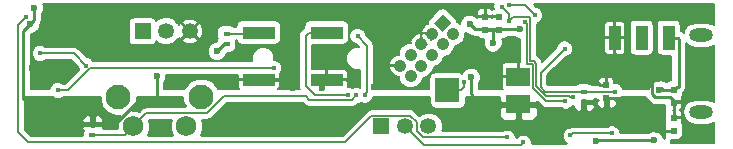
<source format=gbr>
G04 #@! TF.GenerationSoftware,KiCad,Pcbnew,(2016-12-18 revision 3ffa37c)-master*
G04 #@! TF.CreationDate,2017-03-25T20:52:01-07:00*
G04 #@! TF.ProjectId,Pensel,50656E73656C2E6B696361645F706362,rev?*
G04 #@! TF.FileFunction,Copper,L2,Bot,Signal*
G04 #@! TF.FilePolarity,Positive*
%FSLAX46Y46*%
G04 Gerber Fmt 4.6, Leading zero omitted, Abs format (unit mm)*
G04 Created by KiCad (PCBNEW (2016-12-18 revision 3ffa37c)-master) date Saturday, March 25, 2017 'PMt' 08:52:01 PM*
%MOMM*%
%LPD*%
G01*
G04 APERTURE LIST*
%ADD10C,0.100000*%
%ADD11R,0.500000X0.600000*%
%ADD12O,2.000000X1.120000*%
%ADD13R,2.000000X2.000000*%
%ADD14R,2.000000X1.600000*%
%ADD15C,0.150000*%
%ADD16R,3.657600X2.032000*%
%ADD17R,1.016000X2.032000*%
%ADD18C,1.350000*%
%ADD19R,1.350000X1.350000*%
%ADD20R,2.750000X1.000000*%
%ADD21C,2.100000*%
%ADD22C,1.750000*%
%ADD23C,1.050000*%
%ADD24R,0.600000X0.400000*%
%ADD25C,0.400000*%
%ADD26C,0.600000*%
%ADD27C,0.130000*%
%ADD28C,0.260000*%
%ADD29C,0.200000*%
%ADD30C,0.254000*%
G04 APERTURE END LIST*
D10*
D11*
X106000000Y-146350000D03*
X106000000Y-147450000D03*
D12*
X108300000Y-148255000D03*
X108300000Y-141745000D03*
D13*
X86800000Y-146400000D03*
D14*
X92800000Y-145225000D03*
X92800000Y-147575000D03*
D15*
X94425000Y-143275000D03*
X83000000Y-140500000D03*
X83000000Y-141100000D03*
X94875000Y-143725000D03*
D16*
X103250000Y-148552000D03*
D17*
X103250000Y-141948000D03*
X105536000Y-141948000D03*
X100964000Y-141948000D03*
D15*
X107150000Y-139700000D03*
X101500000Y-139750000D03*
X100750000Y-139750000D03*
X82400000Y-140500000D03*
X82400000Y-141100000D03*
D18*
X85200000Y-149400000D03*
X83200000Y-149400000D03*
D19*
X81200000Y-149400000D03*
D15*
X81300000Y-143800000D03*
X80500000Y-143000000D03*
X80500000Y-143800000D03*
X92900000Y-142800000D03*
X92600000Y-143250000D03*
X92100000Y-143500000D03*
X106350000Y-139700000D03*
X105650000Y-139700000D03*
D20*
X70825000Y-145500000D03*
X76575000Y-145500000D03*
X76575000Y-141500000D03*
X70825000Y-141500000D03*
D21*
X58940000Y-146960000D03*
D22*
X60200000Y-149450000D03*
X64700000Y-149450000D03*
D21*
X65950000Y-146960000D03*
D11*
X91200000Y-140150000D03*
X91200000Y-141250000D03*
X90000000Y-140150000D03*
X90000000Y-141250000D03*
X100250000Y-145950000D03*
X100250000Y-147050000D03*
X106000000Y-148700000D03*
X106000000Y-149800000D03*
D23*
X86396051Y-140703949D03*
D10*
G36*
X85653589Y-140703949D02*
X86396051Y-139961487D01*
X87138513Y-140703949D01*
X86396051Y-141446411D01*
X85653589Y-140703949D01*
X85653589Y-140703949D01*
G37*
D23*
X85498025Y-141601975D03*
X84600000Y-142500000D03*
X83701974Y-143398026D03*
X82803949Y-144296051D03*
X86396051Y-142500000D03*
X85498025Y-143398026D03*
X84600000Y-144296051D03*
X83701974Y-145194077D03*
X87294077Y-141601975D03*
D19*
X61000000Y-141400000D03*
D18*
X63000000Y-141400000D03*
X65000000Y-141400000D03*
D24*
X68100000Y-142500000D03*
X68100000Y-141600000D03*
X56750000Y-150150000D03*
X56750000Y-149250000D03*
X98350000Y-147400000D03*
X98350000Y-146500000D03*
D25*
X72100000Y-144500000D03*
X53800000Y-146400000D03*
D26*
X99375000Y-145600000D03*
X80571690Y-146128310D03*
X99400000Y-150700000D03*
X104300000Y-150600000D03*
X56700000Y-142100000D03*
X73700000Y-146200000D03*
X76200000Y-146200000D03*
X51600000Y-144499998D03*
X52800000Y-142500000D03*
X104400000Y-143400000D03*
X107500000Y-150500000D03*
X51825000Y-139450000D03*
X98200000Y-148700000D03*
X94600000Y-148100000D03*
X88700000Y-140800000D03*
X51200000Y-147400000D03*
X51500000Y-140800000D03*
X88823191Y-145281447D03*
X67300000Y-143100000D03*
X90668329Y-142388291D03*
X92973601Y-141216817D03*
X58300000Y-149250000D03*
X66800000Y-149000000D03*
X62900000Y-147400000D03*
X62900000Y-149400000D03*
X62200000Y-149400000D03*
X62200000Y-147400000D03*
X62200000Y-145200000D03*
X89394127Y-149706852D03*
X101750000Y-148000002D03*
D25*
X78400000Y-146800000D03*
X79082973Y-146827110D03*
D26*
X104700000Y-146400000D03*
D25*
X79800000Y-146775000D03*
X79200000Y-141800000D03*
X93379990Y-140600000D03*
X97200002Y-150200000D03*
X92000000Y-139200000D03*
X94222089Y-140043499D03*
X96800000Y-147300000D03*
X100700000Y-150000000D03*
X97425002Y-146950000D03*
X91400000Y-139300008D03*
X92022818Y-140544554D03*
X56200000Y-144295010D03*
X52297642Y-143271318D03*
X88200000Y-145700000D03*
X93200000Y-150795010D03*
X91849996Y-150375000D03*
X51100000Y-140200000D03*
X96725000Y-142875000D03*
X101000000Y-146500000D03*
D27*
X56579614Y-144500000D02*
X72100000Y-144500000D01*
X54679614Y-146400000D02*
X56579614Y-144500000D01*
X53800000Y-146400000D02*
X54679614Y-146400000D01*
D28*
X100250000Y-145950000D02*
X99725000Y-145950000D01*
X99725000Y-145950000D02*
X99375000Y-145600000D01*
X81200000Y-145500000D02*
X80571690Y-146128310D01*
X81300000Y-145500000D02*
X81200000Y-145500000D01*
X104300000Y-150600000D02*
X99500000Y-150600000D01*
X99500000Y-150600000D02*
X99400000Y-150700000D01*
X73700000Y-146200000D02*
X73000000Y-145500000D01*
X73000000Y-145500000D02*
X70825000Y-145500000D01*
X76200000Y-146200000D02*
X76200000Y-145875000D01*
X76200000Y-145875000D02*
X76575000Y-145500000D01*
X104100001Y-143699999D02*
X104400000Y-143400000D01*
X106500000Y-147300000D02*
X105990000Y-147300000D01*
X105690001Y-147000001D02*
X104411999Y-147000001D01*
X105990000Y-147300000D02*
X105690001Y-147000001D01*
X104411999Y-147000001D02*
X104099999Y-146688001D01*
X104099999Y-146688001D02*
X104099999Y-143700001D01*
X104099999Y-143700001D02*
X104400000Y-143400000D01*
X103250000Y-141948000D02*
X103250000Y-141440000D01*
X106000000Y-149750000D02*
X106000000Y-149800000D01*
X100250000Y-147050000D02*
X102700002Y-147050000D01*
X102700002Y-147050000D02*
X102049999Y-147700003D01*
X102049999Y-147700003D02*
X101750000Y-148000002D01*
X51825000Y-139874264D02*
X51825000Y-139450000D01*
X51825000Y-140475000D02*
X51825000Y-139874264D01*
X51500000Y-140800000D02*
X51825000Y-140475000D01*
X89000000Y-147000000D02*
X89100000Y-147100000D01*
X89000000Y-146900000D02*
X89000000Y-147000000D01*
X91200000Y-141250000D02*
X90685000Y-141250000D01*
X90685000Y-141250000D02*
X90651817Y-141216817D01*
X90000000Y-141250000D02*
X91200000Y-141250000D01*
X89116817Y-141216817D02*
X88700000Y-140800000D01*
X90651817Y-141216817D02*
X89116817Y-141216817D01*
X50900001Y-147100001D02*
X51200000Y-147400000D01*
X50900001Y-141399999D02*
X50900001Y-147100001D01*
X51500000Y-140800000D02*
X50900001Y-141399999D01*
X88823191Y-146723191D02*
X88823191Y-145281447D01*
X89000000Y-146900000D02*
X88823191Y-146723191D01*
X68100000Y-142500000D02*
X67900000Y-142500000D01*
X67900000Y-142500000D02*
X67300000Y-143100000D01*
X90668329Y-141233329D02*
X90668329Y-142388291D01*
X90651817Y-141216817D02*
X90668329Y-141233329D01*
X90651817Y-141216817D02*
X92973601Y-141216817D01*
X57310000Y-149250000D02*
X56750000Y-149250000D01*
X58648002Y-149250000D02*
X58300000Y-149250000D01*
X58300000Y-149250000D02*
X56750000Y-149250000D01*
X62200000Y-147400000D02*
X60498002Y-147400000D01*
X60498002Y-147400000D02*
X58648002Y-149250000D01*
X62200000Y-149400000D02*
X62900000Y-149400000D01*
X62250000Y-147000000D02*
X62250000Y-147350000D01*
X62250000Y-147350000D02*
X62200000Y-147400000D01*
X62200000Y-146950000D02*
X62200000Y-145200000D01*
X62250000Y-147000000D02*
X62200000Y-146950000D01*
X106000000Y-149800000D02*
X104498000Y-149800000D01*
X104498000Y-149800000D02*
X103250000Y-148552000D01*
D27*
X68100000Y-141600000D02*
X70725000Y-141600000D01*
X70725000Y-141600000D02*
X70825000Y-141500000D01*
X78400000Y-146800000D02*
X75576998Y-146800000D01*
X75576998Y-146800000D02*
X74800000Y-146023002D01*
X74800000Y-146023002D02*
X74800000Y-141770000D01*
X74800000Y-141770000D02*
X75070000Y-141500000D01*
X75070000Y-141500000D02*
X76575000Y-141500000D01*
X60200000Y-149450000D02*
X61310001Y-148339999D01*
X61310001Y-148339999D02*
X66412603Y-148339999D01*
X66412603Y-148339999D02*
X67852602Y-146900000D01*
X67852602Y-146900000D02*
X74800000Y-146900000D01*
X74800000Y-146900000D02*
X75095001Y-147195001D01*
X75095001Y-147195001D02*
X78715082Y-147195001D01*
X78715082Y-147195001D02*
X79082973Y-146827110D01*
X56750000Y-150150000D02*
X59500000Y-150150000D01*
X59500000Y-150150000D02*
X60200000Y-149450000D01*
D28*
X106000000Y-146350000D02*
X105050000Y-146350000D01*
X105050000Y-146350000D02*
X104900000Y-146200000D01*
X106375000Y-146075000D02*
X106275000Y-146075000D01*
X106275000Y-146075000D02*
X106000000Y-146350000D01*
X104700000Y-146400000D02*
X104900000Y-146200000D01*
X106375000Y-146075000D02*
X106375000Y-142019000D01*
X106375000Y-142019000D02*
X106304000Y-141948000D01*
X106304000Y-141948000D02*
X105536000Y-141948000D01*
D27*
X79999999Y-146575001D02*
X79800000Y-146775000D01*
X79200000Y-141800000D02*
X79999999Y-142599999D01*
X79999999Y-142599999D02*
X79999999Y-146575001D01*
X93514989Y-140734999D02*
X93379990Y-140600000D01*
X93988001Y-144189999D02*
X93514989Y-144189999D01*
X93514989Y-144189999D02*
X93514989Y-140734999D01*
X94035001Y-144236999D02*
X93988001Y-144189999D01*
X95122000Y-147300000D02*
X94035001Y-146213001D01*
X96800000Y-147300000D02*
X95122000Y-147300000D01*
X94035001Y-146213001D02*
X94035001Y-144236999D01*
X100700000Y-150000000D02*
X97400001Y-150000001D01*
X97400001Y-150000001D02*
X97200002Y-150200000D01*
X93378590Y-139200000D02*
X92000000Y-139200000D01*
X94222089Y-140043499D02*
X93378590Y-139200000D01*
X92022818Y-140544554D02*
X92367371Y-140200001D01*
X94095701Y-143929988D02*
X94295012Y-144129299D01*
X92367371Y-140200001D02*
X93684605Y-140200001D01*
X95132292Y-146900000D02*
X97092160Y-146900000D01*
X93684605Y-140200001D02*
X93775000Y-140290396D01*
X93775000Y-140290396D02*
X93775000Y-143929988D01*
X97092160Y-146900000D02*
X97142160Y-146950000D01*
X93775000Y-143929988D02*
X94095701Y-143929988D01*
X94295012Y-144129299D02*
X94295012Y-146062720D01*
X94295012Y-146062720D02*
X95132292Y-146900000D01*
X97142160Y-146950000D02*
X97425002Y-146950000D01*
X92022818Y-139922826D02*
X91400000Y-139300008D01*
X92022818Y-140544554D02*
X92022818Y-139922826D01*
X55176308Y-143271318D02*
X56200000Y-144295010D01*
X52297642Y-143271318D02*
X55176308Y-143271318D01*
X88200000Y-146130000D02*
X88200000Y-145700000D01*
X87930000Y-146400000D02*
X88200000Y-146130000D01*
X86800000Y-146400000D02*
X87930000Y-146400000D01*
X93000001Y-150995009D02*
X93200000Y-150795010D01*
X84795009Y-150995009D02*
X93000001Y-150995009D01*
X83200000Y-149400000D02*
X84795009Y-150995009D01*
X84200000Y-149800000D02*
X84775000Y-150375000D01*
X84775000Y-150375000D02*
X91567154Y-150375000D01*
X83617601Y-148529999D02*
X84200000Y-149112398D01*
X80368999Y-148529999D02*
X83617601Y-148529999D01*
X50464999Y-149964999D02*
X51300000Y-150800000D01*
X50464999Y-140835001D02*
X50464999Y-149964999D01*
X51300000Y-150800000D02*
X78098998Y-150800000D01*
X78098998Y-150800000D02*
X80368999Y-148529999D01*
X84200000Y-149112398D02*
X84200000Y-149800000D01*
X91567154Y-150375000D02*
X91849996Y-150375000D01*
X51100000Y-140200000D02*
X50464999Y-140835001D01*
X96725000Y-142875000D02*
X94700000Y-144900000D01*
X94700000Y-144900000D02*
X94700000Y-146100000D01*
X94700000Y-146100000D02*
X95100000Y-146500000D01*
X95100000Y-146500000D02*
X98350000Y-146500000D01*
X101000000Y-146500000D02*
X98350000Y-146500000D01*
D29*
G36*
X107075267Y-142500190D02*
X107421751Y-142731703D01*
X107830457Y-142813000D01*
X108769543Y-142813000D01*
X109178249Y-142731703D01*
X109392000Y-142588879D01*
X109392000Y-147411121D01*
X109178249Y-147268297D01*
X108769543Y-147187000D01*
X107830457Y-147187000D01*
X107421751Y-147268297D01*
X107075267Y-147499810D01*
X106843754Y-147846294D01*
X106762457Y-148255000D01*
X106843754Y-148663706D01*
X107075267Y-149010190D01*
X107421751Y-149241703D01*
X107830457Y-149323000D01*
X108769543Y-149323000D01*
X109178249Y-149241703D01*
X109392000Y-149098879D01*
X109392000Y-150892000D01*
X105764497Y-150892000D01*
X105767412Y-150617952D01*
X106250000Y-150617952D01*
X106448212Y-150578525D01*
X106616247Y-150466247D01*
X106728525Y-150298212D01*
X106767952Y-150100000D01*
X106767952Y-149500000D01*
X106728525Y-149301788D01*
X106628573Y-149152200D01*
X106658000Y-149081156D01*
X106658000Y-148856000D01*
X106556000Y-148754000D01*
X106054000Y-148754000D01*
X106054000Y-148774000D01*
X105946000Y-148774000D01*
X105946000Y-148754000D01*
X105926000Y-148754000D01*
X105926000Y-148646000D01*
X105946000Y-148646000D01*
X105946000Y-148094000D01*
X105927000Y-148075000D01*
X105946000Y-148056000D01*
X105946000Y-147504000D01*
X106054000Y-147504000D01*
X106054000Y-148056000D01*
X106073000Y-148075000D01*
X106054000Y-148094000D01*
X106054000Y-148646000D01*
X106556000Y-148646000D01*
X106658000Y-148544000D01*
X106658000Y-148318844D01*
X106595886Y-148168887D01*
X106502000Y-148075000D01*
X106595886Y-147981113D01*
X106658000Y-147831156D01*
X106658000Y-147606000D01*
X106556000Y-147504000D01*
X106054000Y-147504000D01*
X105946000Y-147504000D01*
X105926000Y-147504000D01*
X105926000Y-147396000D01*
X105946000Y-147396000D01*
X105946000Y-147376000D01*
X106054000Y-147376000D01*
X106054000Y-147396000D01*
X106556000Y-147396000D01*
X106658000Y-147294000D01*
X106658000Y-147068844D01*
X106628573Y-146997800D01*
X106728525Y-146848212D01*
X106767952Y-146650000D01*
X106767952Y-146565010D01*
X106826134Y-146526134D01*
X106964435Y-146319152D01*
X107013000Y-146075000D01*
X107013000Y-142407001D01*
X107075267Y-142500190D01*
X107075267Y-142500190D01*
G37*
X107075267Y-142500190D02*
X107421751Y-142731703D01*
X107830457Y-142813000D01*
X108769543Y-142813000D01*
X109178249Y-142731703D01*
X109392000Y-142588879D01*
X109392000Y-147411121D01*
X109178249Y-147268297D01*
X108769543Y-147187000D01*
X107830457Y-147187000D01*
X107421751Y-147268297D01*
X107075267Y-147499810D01*
X106843754Y-147846294D01*
X106762457Y-148255000D01*
X106843754Y-148663706D01*
X107075267Y-149010190D01*
X107421751Y-149241703D01*
X107830457Y-149323000D01*
X108769543Y-149323000D01*
X109178249Y-149241703D01*
X109392000Y-149098879D01*
X109392000Y-150892000D01*
X105764497Y-150892000D01*
X105767412Y-150617952D01*
X106250000Y-150617952D01*
X106448212Y-150578525D01*
X106616247Y-150466247D01*
X106728525Y-150298212D01*
X106767952Y-150100000D01*
X106767952Y-149500000D01*
X106728525Y-149301788D01*
X106628573Y-149152200D01*
X106658000Y-149081156D01*
X106658000Y-148856000D01*
X106556000Y-148754000D01*
X106054000Y-148754000D01*
X106054000Y-148774000D01*
X105946000Y-148774000D01*
X105946000Y-148754000D01*
X105926000Y-148754000D01*
X105926000Y-148646000D01*
X105946000Y-148646000D01*
X105946000Y-148094000D01*
X105927000Y-148075000D01*
X105946000Y-148056000D01*
X105946000Y-147504000D01*
X106054000Y-147504000D01*
X106054000Y-148056000D01*
X106073000Y-148075000D01*
X106054000Y-148094000D01*
X106054000Y-148646000D01*
X106556000Y-148646000D01*
X106658000Y-148544000D01*
X106658000Y-148318844D01*
X106595886Y-148168887D01*
X106502000Y-148075000D01*
X106595886Y-147981113D01*
X106658000Y-147831156D01*
X106658000Y-147606000D01*
X106556000Y-147504000D01*
X106054000Y-147504000D01*
X105946000Y-147504000D01*
X105926000Y-147504000D01*
X105926000Y-147396000D01*
X105946000Y-147396000D01*
X105946000Y-147376000D01*
X106054000Y-147376000D01*
X106054000Y-147396000D01*
X106556000Y-147396000D01*
X106658000Y-147294000D01*
X106658000Y-147068844D01*
X106628573Y-146997800D01*
X106728525Y-146848212D01*
X106767952Y-146650000D01*
X106767952Y-146565010D01*
X106826134Y-146526134D01*
X106964435Y-146319152D01*
X107013000Y-146075000D01*
X107013000Y-142407001D01*
X107075267Y-142500190D01*
G36*
X90692123Y-139158560D02*
X90691877Y-139440220D01*
X90718455Y-139504545D01*
X90604114Y-139618887D01*
X90600000Y-139628819D01*
X90595886Y-139618887D01*
X90481114Y-139504114D01*
X90331156Y-139442000D01*
X90156000Y-139442000D01*
X90054000Y-139544000D01*
X90054000Y-140096000D01*
X90556000Y-140096000D01*
X90600000Y-140052000D01*
X90644000Y-140096000D01*
X91146000Y-140096000D01*
X91146000Y-140076000D01*
X91254000Y-140076000D01*
X91254000Y-140096000D01*
X91274000Y-140096000D01*
X91274000Y-140204000D01*
X91254000Y-140204000D01*
X91254000Y-140224000D01*
X91146000Y-140224000D01*
X91146000Y-140204000D01*
X90644000Y-140204000D01*
X90600000Y-140248000D01*
X90556000Y-140204000D01*
X90054000Y-140204000D01*
X90054000Y-140224000D01*
X89946000Y-140224000D01*
X89946000Y-140204000D01*
X89444000Y-140204000D01*
X89345278Y-140302722D01*
X89158293Y-140115410D01*
X88861426Y-139992140D01*
X88539984Y-139991860D01*
X88242903Y-140114611D01*
X88015410Y-140341707D01*
X87892140Y-140638574D01*
X87892053Y-140738836D01*
X87879989Y-140726751D01*
X87641284Y-140627632D01*
X87617038Y-140505737D01*
X87504760Y-140337702D01*
X86935902Y-139768844D01*
X89342000Y-139768844D01*
X89342000Y-139994000D01*
X89444000Y-140096000D01*
X89946000Y-140096000D01*
X89946000Y-139544000D01*
X89844000Y-139442000D01*
X89668844Y-139442000D01*
X89518886Y-139504114D01*
X89404114Y-139618887D01*
X89342000Y-139768844D01*
X86935902Y-139768844D01*
X86762298Y-139595240D01*
X86594263Y-139482962D01*
X86396051Y-139443535D01*
X86197839Y-139482962D01*
X86029804Y-139595240D01*
X85287342Y-140337702D01*
X85175064Y-140505737D01*
X85135637Y-140703949D01*
X85142633Y-140739120D01*
X84955742Y-140820399D01*
X84697925Y-141087416D01*
X84568420Y-141400067D01*
X84650464Y-141547975D01*
X85444025Y-141547975D01*
X85444025Y-141226879D01*
X85552025Y-141334879D01*
X85552025Y-141471605D01*
X85512166Y-141511464D01*
X85588536Y-141587834D01*
X85628395Y-141547975D01*
X85765121Y-141547975D01*
X85832353Y-141615207D01*
X85811668Y-141623754D01*
X85779391Y-141655975D01*
X85628395Y-141655975D01*
X85588536Y-141616116D01*
X85512166Y-141692486D01*
X85552025Y-141732345D01*
X85552025Y-141882944D01*
X85520827Y-141914088D01*
X85444025Y-142099047D01*
X85444025Y-141732345D01*
X85483884Y-141692486D01*
X85407514Y-141616116D01*
X85367655Y-141655975D01*
X85008515Y-141655975D01*
X84801908Y-141570395D01*
X84654000Y-141652439D01*
X84654000Y-141655975D01*
X84650464Y-141655975D01*
X84568420Y-141803883D01*
X84654000Y-142000664D01*
X84654000Y-142369630D01*
X84614141Y-142409489D01*
X84690511Y-142485859D01*
X84730370Y-142446000D01*
X85089510Y-142446000D01*
X85093272Y-142447559D01*
X84913642Y-142521780D01*
X84881366Y-142554000D01*
X84730370Y-142554000D01*
X84690511Y-142514141D01*
X84614141Y-142590511D01*
X84654000Y-142630370D01*
X84654000Y-142780969D01*
X84622801Y-142812114D01*
X84600139Y-142866691D01*
X84578220Y-142813643D01*
X84546000Y-142781367D01*
X84546000Y-142630370D01*
X84585859Y-142590511D01*
X84509489Y-142514141D01*
X84469630Y-142554000D01*
X84319030Y-142554000D01*
X84287886Y-142522802D01*
X84102927Y-142446000D01*
X84546000Y-142446000D01*
X84546000Y-141652439D01*
X84398092Y-141570395D01*
X84057717Y-141718424D01*
X83799900Y-141985441D01*
X83670395Y-142298092D01*
X83707525Y-142365030D01*
X83497399Y-142364847D01*
X83117591Y-142521780D01*
X82826750Y-142812114D01*
X82669153Y-143191648D01*
X82668968Y-143403570D01*
X82602041Y-143366446D01*
X82261666Y-143514475D01*
X82003849Y-143781492D01*
X81874344Y-144094143D01*
X81956388Y-144242051D01*
X82749949Y-144242051D01*
X82749949Y-143799009D01*
X82825728Y-143982409D01*
X82857949Y-144014686D01*
X82857949Y-144165681D01*
X82818090Y-144205540D01*
X82894460Y-144281910D01*
X82934319Y-144242051D01*
X83084917Y-144242051D01*
X83116062Y-144273250D01*
X83170639Y-144295912D01*
X83117591Y-144317831D01*
X83085315Y-144350051D01*
X82934319Y-144350051D01*
X82894460Y-144310192D01*
X82818090Y-144386562D01*
X82857949Y-144426421D01*
X82857949Y-144577020D01*
X82826750Y-144608165D01*
X82749949Y-144793122D01*
X82749949Y-144350051D01*
X81956388Y-144350051D01*
X81874344Y-144497959D01*
X82022373Y-144838334D01*
X82289390Y-145096151D01*
X82602041Y-145225656D01*
X82668978Y-145188526D01*
X82668795Y-145398652D01*
X82825728Y-145778460D01*
X83116062Y-146069301D01*
X83495596Y-146226898D01*
X83906549Y-146227256D01*
X84286357Y-146070323D01*
X84577198Y-145779989D01*
X84734795Y-145400455D01*
X84734857Y-145329169D01*
X84804575Y-145329230D01*
X85184383Y-145172297D01*
X85475224Y-144881963D01*
X85632821Y-144502429D01*
X85632883Y-144431144D01*
X85702600Y-144431205D01*
X85914030Y-144343844D01*
X91392000Y-144343844D01*
X91392000Y-145069000D01*
X91494000Y-145171000D01*
X92746000Y-145171000D01*
X92746000Y-144119000D01*
X92644000Y-144017000D01*
X91718844Y-144017000D01*
X91568886Y-144079114D01*
X91454114Y-144193887D01*
X91392000Y-144343844D01*
X85914030Y-144343844D01*
X86082408Y-144274272D01*
X86373249Y-143983938D01*
X86530846Y-143604404D01*
X86530908Y-143533118D01*
X86600626Y-143533179D01*
X86980434Y-143376246D01*
X87271275Y-143085912D01*
X87428872Y-142706378D01*
X87428934Y-142635093D01*
X87498652Y-142635154D01*
X87878460Y-142478221D01*
X88169301Y-142187887D01*
X88326898Y-141808353D01*
X88327149Y-141520069D01*
X88538574Y-141607860D01*
X88605650Y-141607918D01*
X88665683Y-141667951D01*
X88872665Y-141806252D01*
X89116817Y-141854817D01*
X89342707Y-141854817D01*
X89383753Y-141916247D01*
X89551788Y-142028525D01*
X89750000Y-142067952D01*
X89926455Y-142067952D01*
X89860469Y-142226865D01*
X89860189Y-142548307D01*
X89982940Y-142845388D01*
X90210036Y-143072881D01*
X90506903Y-143196151D01*
X90828345Y-143196431D01*
X91125426Y-143073680D01*
X91352919Y-142846584D01*
X91476189Y-142549717D01*
X91476469Y-142228275D01*
X91410225Y-142067952D01*
X91450000Y-142067952D01*
X91648212Y-142028525D01*
X91816247Y-141916247D01*
X91857293Y-141854817D01*
X92468799Y-141854817D01*
X92515308Y-141901407D01*
X92812175Y-142024677D01*
X92941989Y-142024790D01*
X92941989Y-144031011D01*
X92854000Y-144119000D01*
X92854000Y-145171000D01*
X92874000Y-145171000D01*
X92874000Y-145279000D01*
X92854000Y-145279000D01*
X92854000Y-145299000D01*
X92746000Y-145299000D01*
X92746000Y-145279000D01*
X91494000Y-145279000D01*
X91392000Y-145381000D01*
X91392000Y-146106156D01*
X91454114Y-146256113D01*
X91490001Y-146292000D01*
X89461191Y-146292000D01*
X89461191Y-145786249D01*
X89507781Y-145739740D01*
X89631051Y-145442873D01*
X89631331Y-145121431D01*
X89508580Y-144824350D01*
X89281484Y-144596857D01*
X88984617Y-144473587D01*
X88663175Y-144473307D01*
X88366094Y-144596058D01*
X88138601Y-144823154D01*
X88076150Y-144973552D01*
X87998212Y-144921475D01*
X87800000Y-144882048D01*
X85800000Y-144882048D01*
X85601788Y-144921475D01*
X85433753Y-145033753D01*
X85321475Y-145201788D01*
X85282048Y-145400000D01*
X85282048Y-146292000D01*
X80572999Y-146292000D01*
X80572999Y-142599999D01*
X80529382Y-142380721D01*
X80405171Y-142194827D01*
X79908090Y-141697746D01*
X79908123Y-141659788D01*
X79800564Y-141399474D01*
X79601574Y-141200136D01*
X79341448Y-141092123D01*
X79059788Y-141091877D01*
X78799474Y-141199436D01*
X78600136Y-141398426D01*
X78492123Y-141658552D01*
X78491877Y-141940212D01*
X78599436Y-142200526D01*
X78798426Y-142399864D01*
X79058552Y-142507877D01*
X79097567Y-142507911D01*
X79331771Y-142742115D01*
X79010278Y-142741834D01*
X78658046Y-142887374D01*
X78388321Y-143156628D01*
X78242167Y-143508606D01*
X78241834Y-143889722D01*
X78387374Y-144241954D01*
X78656628Y-144511679D01*
X79008606Y-144657833D01*
X79389722Y-144658166D01*
X79426999Y-144642763D01*
X79426999Y-146163063D01*
X79399474Y-146174436D01*
X79387104Y-146186784D01*
X79224421Y-146119233D01*
X78942761Y-146118987D01*
X78774037Y-146188702D01*
X78541448Y-146092123D01*
X78353525Y-146091959D01*
X78358000Y-146081156D01*
X78358000Y-145656000D01*
X78256000Y-145554000D01*
X76629000Y-145554000D01*
X76629000Y-145574000D01*
X76521000Y-145574000D01*
X76521000Y-145554000D01*
X76501000Y-145554000D01*
X76501000Y-145446000D01*
X76521000Y-145446000D01*
X76521000Y-144694000D01*
X76629000Y-144694000D01*
X76629000Y-145446000D01*
X78256000Y-145446000D01*
X78358000Y-145344000D01*
X78358000Y-144918844D01*
X78295886Y-144768886D01*
X78181113Y-144654114D01*
X78031156Y-144592000D01*
X76731000Y-144592000D01*
X76629000Y-144694000D01*
X76521000Y-144694000D01*
X76419000Y-144592000D01*
X75373000Y-144592000D01*
X75373000Y-142517952D01*
X77950000Y-142517952D01*
X78148212Y-142478525D01*
X78316247Y-142366247D01*
X78428525Y-142198212D01*
X78467952Y-142000000D01*
X78467952Y-141000000D01*
X78428525Y-140801788D01*
X78316247Y-140633753D01*
X78148212Y-140521475D01*
X77950000Y-140482048D01*
X75200000Y-140482048D01*
X75001788Y-140521475D01*
X74833753Y-140633753D01*
X74721475Y-140801788D01*
X74682048Y-141000000D01*
X74682048Y-141083322D01*
X74664828Y-141094828D01*
X74394828Y-141364828D01*
X74270617Y-141550722D01*
X74227000Y-141770000D01*
X74227000Y-146023002D01*
X74270617Y-146242280D01*
X74303839Y-146292000D01*
X72484999Y-146292000D01*
X72545886Y-146231114D01*
X72608000Y-146081156D01*
X72608000Y-145656000D01*
X72506000Y-145554000D01*
X70879000Y-145554000D01*
X70879000Y-145574000D01*
X70771000Y-145574000D01*
X70771000Y-145554000D01*
X69144000Y-145554000D01*
X69042000Y-145656000D01*
X69042000Y-146081156D01*
X69104114Y-146231114D01*
X69165001Y-146292000D01*
X67359746Y-146292000D01*
X67271578Y-146078617D01*
X66833688Y-145639962D01*
X66261265Y-145402271D01*
X65641454Y-145401730D01*
X65068617Y-145638422D01*
X64629962Y-146076312D01*
X64540400Y-146292000D01*
X62838000Y-146292000D01*
X62838000Y-145704802D01*
X62884590Y-145658293D01*
X63007860Y-145361426D01*
X63008111Y-145073000D01*
X69042000Y-145073000D01*
X69042000Y-145344000D01*
X69144000Y-145446000D01*
X70771000Y-145446000D01*
X70771000Y-145426000D01*
X70879000Y-145426000D01*
X70879000Y-145446000D01*
X72506000Y-145446000D01*
X72608000Y-145344000D01*
X72608000Y-144993278D01*
X72699864Y-144901574D01*
X72807877Y-144641448D01*
X72808123Y-144359788D01*
X72700564Y-144099474D01*
X72501574Y-143900136D01*
X72241448Y-143792123D01*
X72157920Y-143792050D01*
X72158166Y-143510278D01*
X72012626Y-143158046D01*
X71743372Y-142888321D01*
X71391394Y-142742167D01*
X71010278Y-142741834D01*
X70658046Y-142887374D01*
X70388321Y-143156628D01*
X70242167Y-143508606D01*
X70241834Y-143889722D01*
X70257237Y-143927000D01*
X56813999Y-143927000D01*
X56800564Y-143894484D01*
X56601574Y-143695146D01*
X56341448Y-143587133D01*
X56302433Y-143587099D01*
X55975350Y-143260016D01*
X66491860Y-143260016D01*
X66614611Y-143557097D01*
X66841707Y-143784590D01*
X67138574Y-143907860D01*
X67460016Y-143908140D01*
X67757097Y-143785389D01*
X67984590Y-143558293D01*
X68107860Y-143261426D01*
X68107898Y-143217952D01*
X68400000Y-143217952D01*
X68598212Y-143178525D01*
X68766247Y-143066247D01*
X68878525Y-142898212D01*
X68917952Y-142700000D01*
X68917952Y-142300000D01*
X68892690Y-142173000D01*
X68966460Y-142173000D01*
X68971475Y-142198212D01*
X69083753Y-142366247D01*
X69251788Y-142478525D01*
X69450000Y-142517952D01*
X72200000Y-142517952D01*
X72398212Y-142478525D01*
X72566247Y-142366247D01*
X72678525Y-142198212D01*
X72717952Y-142000000D01*
X72717952Y-141000000D01*
X72678525Y-140801788D01*
X72566247Y-140633753D01*
X72398212Y-140521475D01*
X72200000Y-140482048D01*
X69450000Y-140482048D01*
X69251788Y-140521475D01*
X69083753Y-140633753D01*
X68971475Y-140801788D01*
X68932048Y-141000000D01*
X68932048Y-141027000D01*
X68756140Y-141027000D01*
X68598212Y-140921475D01*
X68400000Y-140882048D01*
X67800000Y-140882048D01*
X67601788Y-140921475D01*
X67433753Y-141033753D01*
X67321475Y-141201788D01*
X67282048Y-141400000D01*
X67282048Y-141800000D01*
X67321475Y-141998212D01*
X67356079Y-142050000D01*
X67321475Y-142101788D01*
X67302984Y-142194748D01*
X67205815Y-142291917D01*
X67139984Y-142291860D01*
X66842903Y-142414611D01*
X66615410Y-142641707D01*
X66492140Y-142938574D01*
X66491860Y-143260016D01*
X55975350Y-143260016D01*
X55581480Y-142866146D01*
X55566068Y-142855848D01*
X55395586Y-142741935D01*
X55176308Y-142698318D01*
X52726033Y-142698318D01*
X52699216Y-142671454D01*
X52439090Y-142563441D01*
X52157430Y-142563195D01*
X51897116Y-142670754D01*
X51697778Y-142869744D01*
X51589765Y-143129870D01*
X51589519Y-143411530D01*
X51697078Y-143671844D01*
X51896068Y-143871182D01*
X52156194Y-143979195D01*
X52437854Y-143979441D01*
X52698168Y-143871882D01*
X52725780Y-143844318D01*
X54938964Y-143844318D01*
X55491910Y-144397264D01*
X55491877Y-144435222D01*
X55591921Y-144677349D01*
X54442270Y-145827000D01*
X54228391Y-145827000D01*
X54201574Y-145800136D01*
X53941448Y-145692123D01*
X53659788Y-145691877D01*
X53399474Y-145799436D01*
X53200136Y-145998426D01*
X53092123Y-146258552D01*
X53092094Y-146292000D01*
X51538001Y-146292000D01*
X51538001Y-141664267D01*
X51594185Y-141608083D01*
X51660016Y-141608140D01*
X51957097Y-141485389D01*
X52184590Y-141258293D01*
X52307860Y-140961426D01*
X52307932Y-140878545D01*
X52410527Y-140725000D01*
X59807048Y-140725000D01*
X59807048Y-142075000D01*
X59846475Y-142273212D01*
X59958753Y-142441247D01*
X60126788Y-142553525D01*
X60325000Y-142592952D01*
X61675000Y-142592952D01*
X61873212Y-142553525D01*
X62041247Y-142441247D01*
X62153525Y-142273212D01*
X62161269Y-142234280D01*
X62329010Y-142402314D01*
X62763654Y-142582794D01*
X63234281Y-142583205D01*
X63669240Y-142403483D01*
X63927344Y-142145829D01*
X64330539Y-142145829D01*
X64395421Y-142324002D01*
X64795042Y-142485028D01*
X65225866Y-142480870D01*
X65604579Y-142324002D01*
X65669461Y-142145829D01*
X65000000Y-141476368D01*
X64330539Y-142145829D01*
X63927344Y-142145829D01*
X64002314Y-142070990D01*
X64052973Y-141948991D01*
X64075998Y-142004579D01*
X64254171Y-142069461D01*
X64923632Y-141400000D01*
X65076368Y-141400000D01*
X65745829Y-142069461D01*
X65924002Y-142004579D01*
X66085028Y-141604958D01*
X66080870Y-141174134D01*
X65924002Y-140795421D01*
X65745829Y-140730539D01*
X65076368Y-141400000D01*
X64923632Y-141400000D01*
X64254171Y-140730539D01*
X64075998Y-140795421D01*
X64053387Y-140851536D01*
X64003483Y-140730760D01*
X63927028Y-140654171D01*
X64330539Y-140654171D01*
X65000000Y-141323632D01*
X65669461Y-140654171D01*
X65604579Y-140475998D01*
X65204958Y-140314972D01*
X64774134Y-140319130D01*
X64395421Y-140475998D01*
X64330539Y-140654171D01*
X63927028Y-140654171D01*
X63670990Y-140397686D01*
X63236346Y-140217206D01*
X62765719Y-140216795D01*
X62330760Y-140396517D01*
X62161268Y-140565714D01*
X62153525Y-140526788D01*
X62041247Y-140358753D01*
X61873212Y-140246475D01*
X61675000Y-140207048D01*
X60325000Y-140207048D01*
X60126788Y-140246475D01*
X59958753Y-140358753D01*
X59846475Y-140526788D01*
X59807048Y-140725000D01*
X52410527Y-140725000D01*
X52414435Y-140719152D01*
X52463000Y-140475000D01*
X52463000Y-139954802D01*
X52509590Y-139908293D01*
X52632860Y-139611426D01*
X52633140Y-139289984D01*
X52557946Y-139108000D01*
X90713117Y-139108000D01*
X90692123Y-139158560D01*
X90692123Y-139158560D01*
G37*
X90692123Y-139158560D02*
X90691877Y-139440220D01*
X90718455Y-139504545D01*
X90604114Y-139618887D01*
X90600000Y-139628819D01*
X90595886Y-139618887D01*
X90481114Y-139504114D01*
X90331156Y-139442000D01*
X90156000Y-139442000D01*
X90054000Y-139544000D01*
X90054000Y-140096000D01*
X90556000Y-140096000D01*
X90600000Y-140052000D01*
X90644000Y-140096000D01*
X91146000Y-140096000D01*
X91146000Y-140076000D01*
X91254000Y-140076000D01*
X91254000Y-140096000D01*
X91274000Y-140096000D01*
X91274000Y-140204000D01*
X91254000Y-140204000D01*
X91254000Y-140224000D01*
X91146000Y-140224000D01*
X91146000Y-140204000D01*
X90644000Y-140204000D01*
X90600000Y-140248000D01*
X90556000Y-140204000D01*
X90054000Y-140204000D01*
X90054000Y-140224000D01*
X89946000Y-140224000D01*
X89946000Y-140204000D01*
X89444000Y-140204000D01*
X89345278Y-140302722D01*
X89158293Y-140115410D01*
X88861426Y-139992140D01*
X88539984Y-139991860D01*
X88242903Y-140114611D01*
X88015410Y-140341707D01*
X87892140Y-140638574D01*
X87892053Y-140738836D01*
X87879989Y-140726751D01*
X87641284Y-140627632D01*
X87617038Y-140505737D01*
X87504760Y-140337702D01*
X86935902Y-139768844D01*
X89342000Y-139768844D01*
X89342000Y-139994000D01*
X89444000Y-140096000D01*
X89946000Y-140096000D01*
X89946000Y-139544000D01*
X89844000Y-139442000D01*
X89668844Y-139442000D01*
X89518886Y-139504114D01*
X89404114Y-139618887D01*
X89342000Y-139768844D01*
X86935902Y-139768844D01*
X86762298Y-139595240D01*
X86594263Y-139482962D01*
X86396051Y-139443535D01*
X86197839Y-139482962D01*
X86029804Y-139595240D01*
X85287342Y-140337702D01*
X85175064Y-140505737D01*
X85135637Y-140703949D01*
X85142633Y-140739120D01*
X84955742Y-140820399D01*
X84697925Y-141087416D01*
X84568420Y-141400067D01*
X84650464Y-141547975D01*
X85444025Y-141547975D01*
X85444025Y-141226879D01*
X85552025Y-141334879D01*
X85552025Y-141471605D01*
X85512166Y-141511464D01*
X85588536Y-141587834D01*
X85628395Y-141547975D01*
X85765121Y-141547975D01*
X85832353Y-141615207D01*
X85811668Y-141623754D01*
X85779391Y-141655975D01*
X85628395Y-141655975D01*
X85588536Y-141616116D01*
X85512166Y-141692486D01*
X85552025Y-141732345D01*
X85552025Y-141882944D01*
X85520827Y-141914088D01*
X85444025Y-142099047D01*
X85444025Y-141732345D01*
X85483884Y-141692486D01*
X85407514Y-141616116D01*
X85367655Y-141655975D01*
X85008515Y-141655975D01*
X84801908Y-141570395D01*
X84654000Y-141652439D01*
X84654000Y-141655975D01*
X84650464Y-141655975D01*
X84568420Y-141803883D01*
X84654000Y-142000664D01*
X84654000Y-142369630D01*
X84614141Y-142409489D01*
X84690511Y-142485859D01*
X84730370Y-142446000D01*
X85089510Y-142446000D01*
X85093272Y-142447559D01*
X84913642Y-142521780D01*
X84881366Y-142554000D01*
X84730370Y-142554000D01*
X84690511Y-142514141D01*
X84614141Y-142590511D01*
X84654000Y-142630370D01*
X84654000Y-142780969D01*
X84622801Y-142812114D01*
X84600139Y-142866691D01*
X84578220Y-142813643D01*
X84546000Y-142781367D01*
X84546000Y-142630370D01*
X84585859Y-142590511D01*
X84509489Y-142514141D01*
X84469630Y-142554000D01*
X84319030Y-142554000D01*
X84287886Y-142522802D01*
X84102927Y-142446000D01*
X84546000Y-142446000D01*
X84546000Y-141652439D01*
X84398092Y-141570395D01*
X84057717Y-141718424D01*
X83799900Y-141985441D01*
X83670395Y-142298092D01*
X83707525Y-142365030D01*
X83497399Y-142364847D01*
X83117591Y-142521780D01*
X82826750Y-142812114D01*
X82669153Y-143191648D01*
X82668968Y-143403570D01*
X82602041Y-143366446D01*
X82261666Y-143514475D01*
X82003849Y-143781492D01*
X81874344Y-144094143D01*
X81956388Y-144242051D01*
X82749949Y-144242051D01*
X82749949Y-143799009D01*
X82825728Y-143982409D01*
X82857949Y-144014686D01*
X82857949Y-144165681D01*
X82818090Y-144205540D01*
X82894460Y-144281910D01*
X82934319Y-144242051D01*
X83084917Y-144242051D01*
X83116062Y-144273250D01*
X83170639Y-144295912D01*
X83117591Y-144317831D01*
X83085315Y-144350051D01*
X82934319Y-144350051D01*
X82894460Y-144310192D01*
X82818090Y-144386562D01*
X82857949Y-144426421D01*
X82857949Y-144577020D01*
X82826750Y-144608165D01*
X82749949Y-144793122D01*
X82749949Y-144350051D01*
X81956388Y-144350051D01*
X81874344Y-144497959D01*
X82022373Y-144838334D01*
X82289390Y-145096151D01*
X82602041Y-145225656D01*
X82668978Y-145188526D01*
X82668795Y-145398652D01*
X82825728Y-145778460D01*
X83116062Y-146069301D01*
X83495596Y-146226898D01*
X83906549Y-146227256D01*
X84286357Y-146070323D01*
X84577198Y-145779989D01*
X84734795Y-145400455D01*
X84734857Y-145329169D01*
X84804575Y-145329230D01*
X85184383Y-145172297D01*
X85475224Y-144881963D01*
X85632821Y-144502429D01*
X85632883Y-144431144D01*
X85702600Y-144431205D01*
X85914030Y-144343844D01*
X91392000Y-144343844D01*
X91392000Y-145069000D01*
X91494000Y-145171000D01*
X92746000Y-145171000D01*
X92746000Y-144119000D01*
X92644000Y-144017000D01*
X91718844Y-144017000D01*
X91568886Y-144079114D01*
X91454114Y-144193887D01*
X91392000Y-144343844D01*
X85914030Y-144343844D01*
X86082408Y-144274272D01*
X86373249Y-143983938D01*
X86530846Y-143604404D01*
X86530908Y-143533118D01*
X86600626Y-143533179D01*
X86980434Y-143376246D01*
X87271275Y-143085912D01*
X87428872Y-142706378D01*
X87428934Y-142635093D01*
X87498652Y-142635154D01*
X87878460Y-142478221D01*
X88169301Y-142187887D01*
X88326898Y-141808353D01*
X88327149Y-141520069D01*
X88538574Y-141607860D01*
X88605650Y-141607918D01*
X88665683Y-141667951D01*
X88872665Y-141806252D01*
X89116817Y-141854817D01*
X89342707Y-141854817D01*
X89383753Y-141916247D01*
X89551788Y-142028525D01*
X89750000Y-142067952D01*
X89926455Y-142067952D01*
X89860469Y-142226865D01*
X89860189Y-142548307D01*
X89982940Y-142845388D01*
X90210036Y-143072881D01*
X90506903Y-143196151D01*
X90828345Y-143196431D01*
X91125426Y-143073680D01*
X91352919Y-142846584D01*
X91476189Y-142549717D01*
X91476469Y-142228275D01*
X91410225Y-142067952D01*
X91450000Y-142067952D01*
X91648212Y-142028525D01*
X91816247Y-141916247D01*
X91857293Y-141854817D01*
X92468799Y-141854817D01*
X92515308Y-141901407D01*
X92812175Y-142024677D01*
X92941989Y-142024790D01*
X92941989Y-144031011D01*
X92854000Y-144119000D01*
X92854000Y-145171000D01*
X92874000Y-145171000D01*
X92874000Y-145279000D01*
X92854000Y-145279000D01*
X92854000Y-145299000D01*
X92746000Y-145299000D01*
X92746000Y-145279000D01*
X91494000Y-145279000D01*
X91392000Y-145381000D01*
X91392000Y-146106156D01*
X91454114Y-146256113D01*
X91490001Y-146292000D01*
X89461191Y-146292000D01*
X89461191Y-145786249D01*
X89507781Y-145739740D01*
X89631051Y-145442873D01*
X89631331Y-145121431D01*
X89508580Y-144824350D01*
X89281484Y-144596857D01*
X88984617Y-144473587D01*
X88663175Y-144473307D01*
X88366094Y-144596058D01*
X88138601Y-144823154D01*
X88076150Y-144973552D01*
X87998212Y-144921475D01*
X87800000Y-144882048D01*
X85800000Y-144882048D01*
X85601788Y-144921475D01*
X85433753Y-145033753D01*
X85321475Y-145201788D01*
X85282048Y-145400000D01*
X85282048Y-146292000D01*
X80572999Y-146292000D01*
X80572999Y-142599999D01*
X80529382Y-142380721D01*
X80405171Y-142194827D01*
X79908090Y-141697746D01*
X79908123Y-141659788D01*
X79800564Y-141399474D01*
X79601574Y-141200136D01*
X79341448Y-141092123D01*
X79059788Y-141091877D01*
X78799474Y-141199436D01*
X78600136Y-141398426D01*
X78492123Y-141658552D01*
X78491877Y-141940212D01*
X78599436Y-142200526D01*
X78798426Y-142399864D01*
X79058552Y-142507877D01*
X79097567Y-142507911D01*
X79331771Y-142742115D01*
X79010278Y-142741834D01*
X78658046Y-142887374D01*
X78388321Y-143156628D01*
X78242167Y-143508606D01*
X78241834Y-143889722D01*
X78387374Y-144241954D01*
X78656628Y-144511679D01*
X79008606Y-144657833D01*
X79389722Y-144658166D01*
X79426999Y-144642763D01*
X79426999Y-146163063D01*
X79399474Y-146174436D01*
X79387104Y-146186784D01*
X79224421Y-146119233D01*
X78942761Y-146118987D01*
X78774037Y-146188702D01*
X78541448Y-146092123D01*
X78353525Y-146091959D01*
X78358000Y-146081156D01*
X78358000Y-145656000D01*
X78256000Y-145554000D01*
X76629000Y-145554000D01*
X76629000Y-145574000D01*
X76521000Y-145574000D01*
X76521000Y-145554000D01*
X76501000Y-145554000D01*
X76501000Y-145446000D01*
X76521000Y-145446000D01*
X76521000Y-144694000D01*
X76629000Y-144694000D01*
X76629000Y-145446000D01*
X78256000Y-145446000D01*
X78358000Y-145344000D01*
X78358000Y-144918844D01*
X78295886Y-144768886D01*
X78181113Y-144654114D01*
X78031156Y-144592000D01*
X76731000Y-144592000D01*
X76629000Y-144694000D01*
X76521000Y-144694000D01*
X76419000Y-144592000D01*
X75373000Y-144592000D01*
X75373000Y-142517952D01*
X77950000Y-142517952D01*
X78148212Y-142478525D01*
X78316247Y-142366247D01*
X78428525Y-142198212D01*
X78467952Y-142000000D01*
X78467952Y-141000000D01*
X78428525Y-140801788D01*
X78316247Y-140633753D01*
X78148212Y-140521475D01*
X77950000Y-140482048D01*
X75200000Y-140482048D01*
X75001788Y-140521475D01*
X74833753Y-140633753D01*
X74721475Y-140801788D01*
X74682048Y-141000000D01*
X74682048Y-141083322D01*
X74664828Y-141094828D01*
X74394828Y-141364828D01*
X74270617Y-141550722D01*
X74227000Y-141770000D01*
X74227000Y-146023002D01*
X74270617Y-146242280D01*
X74303839Y-146292000D01*
X72484999Y-146292000D01*
X72545886Y-146231114D01*
X72608000Y-146081156D01*
X72608000Y-145656000D01*
X72506000Y-145554000D01*
X70879000Y-145554000D01*
X70879000Y-145574000D01*
X70771000Y-145574000D01*
X70771000Y-145554000D01*
X69144000Y-145554000D01*
X69042000Y-145656000D01*
X69042000Y-146081156D01*
X69104114Y-146231114D01*
X69165001Y-146292000D01*
X67359746Y-146292000D01*
X67271578Y-146078617D01*
X66833688Y-145639962D01*
X66261265Y-145402271D01*
X65641454Y-145401730D01*
X65068617Y-145638422D01*
X64629962Y-146076312D01*
X64540400Y-146292000D01*
X62838000Y-146292000D01*
X62838000Y-145704802D01*
X62884590Y-145658293D01*
X63007860Y-145361426D01*
X63008111Y-145073000D01*
X69042000Y-145073000D01*
X69042000Y-145344000D01*
X69144000Y-145446000D01*
X70771000Y-145446000D01*
X70771000Y-145426000D01*
X70879000Y-145426000D01*
X70879000Y-145446000D01*
X72506000Y-145446000D01*
X72608000Y-145344000D01*
X72608000Y-144993278D01*
X72699864Y-144901574D01*
X72807877Y-144641448D01*
X72808123Y-144359788D01*
X72700564Y-144099474D01*
X72501574Y-143900136D01*
X72241448Y-143792123D01*
X72157920Y-143792050D01*
X72158166Y-143510278D01*
X72012626Y-143158046D01*
X71743372Y-142888321D01*
X71391394Y-142742167D01*
X71010278Y-142741834D01*
X70658046Y-142887374D01*
X70388321Y-143156628D01*
X70242167Y-143508606D01*
X70241834Y-143889722D01*
X70257237Y-143927000D01*
X56813999Y-143927000D01*
X56800564Y-143894484D01*
X56601574Y-143695146D01*
X56341448Y-143587133D01*
X56302433Y-143587099D01*
X55975350Y-143260016D01*
X66491860Y-143260016D01*
X66614611Y-143557097D01*
X66841707Y-143784590D01*
X67138574Y-143907860D01*
X67460016Y-143908140D01*
X67757097Y-143785389D01*
X67984590Y-143558293D01*
X68107860Y-143261426D01*
X68107898Y-143217952D01*
X68400000Y-143217952D01*
X68598212Y-143178525D01*
X68766247Y-143066247D01*
X68878525Y-142898212D01*
X68917952Y-142700000D01*
X68917952Y-142300000D01*
X68892690Y-142173000D01*
X68966460Y-142173000D01*
X68971475Y-142198212D01*
X69083753Y-142366247D01*
X69251788Y-142478525D01*
X69450000Y-142517952D01*
X72200000Y-142517952D01*
X72398212Y-142478525D01*
X72566247Y-142366247D01*
X72678525Y-142198212D01*
X72717952Y-142000000D01*
X72717952Y-141000000D01*
X72678525Y-140801788D01*
X72566247Y-140633753D01*
X72398212Y-140521475D01*
X72200000Y-140482048D01*
X69450000Y-140482048D01*
X69251788Y-140521475D01*
X69083753Y-140633753D01*
X68971475Y-140801788D01*
X68932048Y-141000000D01*
X68932048Y-141027000D01*
X68756140Y-141027000D01*
X68598212Y-140921475D01*
X68400000Y-140882048D01*
X67800000Y-140882048D01*
X67601788Y-140921475D01*
X67433753Y-141033753D01*
X67321475Y-141201788D01*
X67282048Y-141400000D01*
X67282048Y-141800000D01*
X67321475Y-141998212D01*
X67356079Y-142050000D01*
X67321475Y-142101788D01*
X67302984Y-142194748D01*
X67205815Y-142291917D01*
X67139984Y-142291860D01*
X66842903Y-142414611D01*
X66615410Y-142641707D01*
X66492140Y-142938574D01*
X66491860Y-143260016D01*
X55975350Y-143260016D01*
X55581480Y-142866146D01*
X55566068Y-142855848D01*
X55395586Y-142741935D01*
X55176308Y-142698318D01*
X52726033Y-142698318D01*
X52699216Y-142671454D01*
X52439090Y-142563441D01*
X52157430Y-142563195D01*
X51897116Y-142670754D01*
X51697778Y-142869744D01*
X51589765Y-143129870D01*
X51589519Y-143411530D01*
X51697078Y-143671844D01*
X51896068Y-143871182D01*
X52156194Y-143979195D01*
X52437854Y-143979441D01*
X52698168Y-143871882D01*
X52725780Y-143844318D01*
X54938964Y-143844318D01*
X55491910Y-144397264D01*
X55491877Y-144435222D01*
X55591921Y-144677349D01*
X54442270Y-145827000D01*
X54228391Y-145827000D01*
X54201574Y-145800136D01*
X53941448Y-145692123D01*
X53659788Y-145691877D01*
X53399474Y-145799436D01*
X53200136Y-145998426D01*
X53092123Y-146258552D01*
X53092094Y-146292000D01*
X51538001Y-146292000D01*
X51538001Y-141664267D01*
X51594185Y-141608083D01*
X51660016Y-141608140D01*
X51957097Y-141485389D01*
X52184590Y-141258293D01*
X52307860Y-140961426D01*
X52307932Y-140878545D01*
X52410527Y-140725000D01*
X59807048Y-140725000D01*
X59807048Y-142075000D01*
X59846475Y-142273212D01*
X59958753Y-142441247D01*
X60126788Y-142553525D01*
X60325000Y-142592952D01*
X61675000Y-142592952D01*
X61873212Y-142553525D01*
X62041247Y-142441247D01*
X62153525Y-142273212D01*
X62161269Y-142234280D01*
X62329010Y-142402314D01*
X62763654Y-142582794D01*
X63234281Y-142583205D01*
X63669240Y-142403483D01*
X63927344Y-142145829D01*
X64330539Y-142145829D01*
X64395421Y-142324002D01*
X64795042Y-142485028D01*
X65225866Y-142480870D01*
X65604579Y-142324002D01*
X65669461Y-142145829D01*
X65000000Y-141476368D01*
X64330539Y-142145829D01*
X63927344Y-142145829D01*
X64002314Y-142070990D01*
X64052973Y-141948991D01*
X64075998Y-142004579D01*
X64254171Y-142069461D01*
X64923632Y-141400000D01*
X65076368Y-141400000D01*
X65745829Y-142069461D01*
X65924002Y-142004579D01*
X66085028Y-141604958D01*
X66080870Y-141174134D01*
X65924002Y-140795421D01*
X65745829Y-140730539D01*
X65076368Y-141400000D01*
X64923632Y-141400000D01*
X64254171Y-140730539D01*
X64075998Y-140795421D01*
X64053387Y-140851536D01*
X64003483Y-140730760D01*
X63927028Y-140654171D01*
X64330539Y-140654171D01*
X65000000Y-141323632D01*
X65669461Y-140654171D01*
X65604579Y-140475998D01*
X65204958Y-140314972D01*
X64774134Y-140319130D01*
X64395421Y-140475998D01*
X64330539Y-140654171D01*
X63927028Y-140654171D01*
X63670990Y-140397686D01*
X63236346Y-140217206D01*
X62765719Y-140216795D01*
X62330760Y-140396517D01*
X62161268Y-140565714D01*
X62153525Y-140526788D01*
X62041247Y-140358753D01*
X61873212Y-140246475D01*
X61675000Y-140207048D01*
X60325000Y-140207048D01*
X60126788Y-140246475D01*
X59958753Y-140358753D01*
X59846475Y-140526788D01*
X59807048Y-140725000D01*
X52410527Y-140725000D01*
X52414435Y-140719152D01*
X52463000Y-140475000D01*
X52463000Y-139954802D01*
X52509590Y-139908293D01*
X52632860Y-139611426D01*
X52633140Y-139289984D01*
X52557946Y-139108000D01*
X90713117Y-139108000D01*
X90692123Y-139158560D01*
G36*
X109392000Y-140901121D02*
X109178249Y-140758297D01*
X108769543Y-140677000D01*
X107830457Y-140677000D01*
X107421751Y-140758297D01*
X107075267Y-140989810D01*
X106843754Y-141336294D01*
X106802410Y-141544142D01*
X106755134Y-141496866D01*
X106561952Y-141367786D01*
X106561952Y-140932000D01*
X106522525Y-140733788D01*
X106410247Y-140565753D01*
X106242212Y-140453475D01*
X106044000Y-140414048D01*
X105028000Y-140414048D01*
X104829788Y-140453475D01*
X104661753Y-140565753D01*
X104549475Y-140733788D01*
X104510048Y-140932000D01*
X104510048Y-142964000D01*
X104549475Y-143162212D01*
X104661753Y-143330247D01*
X104829788Y-143442525D01*
X105028000Y-143481952D01*
X105737000Y-143481952D01*
X105737000Y-145534634D01*
X105551788Y-145571475D01*
X105383753Y-145683753D01*
X105364879Y-145712000D01*
X105295960Y-145712000D01*
X105144152Y-145610565D01*
X104900000Y-145562000D01*
X104748969Y-145592042D01*
X104539984Y-145591860D01*
X104242903Y-145714611D01*
X104015410Y-145941707D01*
X103892140Y-146238574D01*
X103892093Y-146292000D01*
X101680114Y-146292000D01*
X101600564Y-146099474D01*
X101401574Y-145900136D01*
X101141448Y-145792123D01*
X100908000Y-145791919D01*
X100908000Y-145568844D01*
X100845886Y-145418887D01*
X100731114Y-145304114D01*
X100581156Y-145242000D01*
X100406000Y-145242000D01*
X100304000Y-145344000D01*
X100304000Y-145896000D01*
X100324000Y-145896000D01*
X100324000Y-145927000D01*
X100176000Y-145927000D01*
X100176000Y-145896000D01*
X100196000Y-145896000D01*
X100196000Y-145344000D01*
X100094000Y-145242000D01*
X99918844Y-145242000D01*
X99768886Y-145304114D01*
X99654114Y-145418887D01*
X99592000Y-145568844D01*
X99592000Y-145794000D01*
X99693998Y-145895998D01*
X99592000Y-145895998D01*
X99592000Y-145927000D01*
X99006140Y-145927000D01*
X98848212Y-145821475D01*
X98650000Y-145782048D01*
X98050000Y-145782048D01*
X97851788Y-145821475D01*
X97693860Y-145927000D01*
X95337344Y-145927000D01*
X95273000Y-145862656D01*
X95273000Y-145137344D01*
X96827255Y-143583090D01*
X96865212Y-143583123D01*
X97125526Y-143475564D01*
X97324864Y-143276574D01*
X97432877Y-143016448D01*
X97433123Y-142734788D01*
X97325564Y-142474474D01*
X97126574Y-142275136D01*
X96866448Y-142167123D01*
X96584788Y-142166877D01*
X96324474Y-142274436D01*
X96125136Y-142473426D01*
X96017123Y-142733552D01*
X96017089Y-142772566D01*
X94833560Y-143956096D01*
X94824395Y-143910021D01*
X94700184Y-143724127D01*
X94500873Y-143524816D01*
X94476613Y-143508606D01*
X94348000Y-143422669D01*
X94348000Y-142104000D01*
X100048000Y-142104000D01*
X100048000Y-143045156D01*
X100110114Y-143195114D01*
X100224887Y-143309886D01*
X100374844Y-143372000D01*
X100808000Y-143372000D01*
X100910000Y-143270000D01*
X100910000Y-142002000D01*
X101018000Y-142002000D01*
X101018000Y-143270000D01*
X101120000Y-143372000D01*
X101553156Y-143372000D01*
X101703113Y-143309886D01*
X101817886Y-143195114D01*
X101880000Y-143045156D01*
X101880000Y-142104000D01*
X101778000Y-142002000D01*
X101018000Y-142002000D01*
X100910000Y-142002000D01*
X100150000Y-142002000D01*
X100048000Y-142104000D01*
X94348000Y-142104000D01*
X94348000Y-140850844D01*
X100048000Y-140850844D01*
X100048000Y-141792000D01*
X100150000Y-141894000D01*
X100910000Y-141894000D01*
X100910000Y-140626000D01*
X101018000Y-140626000D01*
X101018000Y-141894000D01*
X101778000Y-141894000D01*
X101880000Y-141792000D01*
X101880000Y-140932000D01*
X102224048Y-140932000D01*
X102224048Y-142964000D01*
X102263475Y-143162212D01*
X102375753Y-143330247D01*
X102543788Y-143442525D01*
X102742000Y-143481952D01*
X103758000Y-143481952D01*
X103956212Y-143442525D01*
X104124247Y-143330247D01*
X104236525Y-143162212D01*
X104275952Y-142964000D01*
X104275952Y-140932000D01*
X104236525Y-140733788D01*
X104124247Y-140565753D01*
X103956212Y-140453475D01*
X103758000Y-140414048D01*
X102742000Y-140414048D01*
X102543788Y-140453475D01*
X102375753Y-140565753D01*
X102263475Y-140733788D01*
X102224048Y-140932000D01*
X101880000Y-140932000D01*
X101880000Y-140850844D01*
X101817886Y-140700886D01*
X101703113Y-140586114D01*
X101553156Y-140524000D01*
X101120000Y-140524000D01*
X101018000Y-140626000D01*
X100910000Y-140626000D01*
X100808000Y-140524000D01*
X100374844Y-140524000D01*
X100224887Y-140586114D01*
X100110114Y-140700886D01*
X100048000Y-140850844D01*
X94348000Y-140850844D01*
X94348000Y-140751610D01*
X94362301Y-140751622D01*
X94622615Y-140644063D01*
X94821953Y-140445073D01*
X94929966Y-140184947D01*
X94930212Y-139903287D01*
X94822653Y-139642973D01*
X94623663Y-139443635D01*
X94363537Y-139335622D01*
X94324522Y-139335588D01*
X94096934Y-139108000D01*
X109392000Y-139108000D01*
X109392000Y-140901121D01*
X109392000Y-140901121D01*
G37*
X109392000Y-140901121D02*
X109178249Y-140758297D01*
X108769543Y-140677000D01*
X107830457Y-140677000D01*
X107421751Y-140758297D01*
X107075267Y-140989810D01*
X106843754Y-141336294D01*
X106802410Y-141544142D01*
X106755134Y-141496866D01*
X106561952Y-141367786D01*
X106561952Y-140932000D01*
X106522525Y-140733788D01*
X106410247Y-140565753D01*
X106242212Y-140453475D01*
X106044000Y-140414048D01*
X105028000Y-140414048D01*
X104829788Y-140453475D01*
X104661753Y-140565753D01*
X104549475Y-140733788D01*
X104510048Y-140932000D01*
X104510048Y-142964000D01*
X104549475Y-143162212D01*
X104661753Y-143330247D01*
X104829788Y-143442525D01*
X105028000Y-143481952D01*
X105737000Y-143481952D01*
X105737000Y-145534634D01*
X105551788Y-145571475D01*
X105383753Y-145683753D01*
X105364879Y-145712000D01*
X105295960Y-145712000D01*
X105144152Y-145610565D01*
X104900000Y-145562000D01*
X104748969Y-145592042D01*
X104539984Y-145591860D01*
X104242903Y-145714611D01*
X104015410Y-145941707D01*
X103892140Y-146238574D01*
X103892093Y-146292000D01*
X101680114Y-146292000D01*
X101600564Y-146099474D01*
X101401574Y-145900136D01*
X101141448Y-145792123D01*
X100908000Y-145791919D01*
X100908000Y-145568844D01*
X100845886Y-145418887D01*
X100731114Y-145304114D01*
X100581156Y-145242000D01*
X100406000Y-145242000D01*
X100304000Y-145344000D01*
X100304000Y-145896000D01*
X100324000Y-145896000D01*
X100324000Y-145927000D01*
X100176000Y-145927000D01*
X100176000Y-145896000D01*
X100196000Y-145896000D01*
X100196000Y-145344000D01*
X100094000Y-145242000D01*
X99918844Y-145242000D01*
X99768886Y-145304114D01*
X99654114Y-145418887D01*
X99592000Y-145568844D01*
X99592000Y-145794000D01*
X99693998Y-145895998D01*
X99592000Y-145895998D01*
X99592000Y-145927000D01*
X99006140Y-145927000D01*
X98848212Y-145821475D01*
X98650000Y-145782048D01*
X98050000Y-145782048D01*
X97851788Y-145821475D01*
X97693860Y-145927000D01*
X95337344Y-145927000D01*
X95273000Y-145862656D01*
X95273000Y-145137344D01*
X96827255Y-143583090D01*
X96865212Y-143583123D01*
X97125526Y-143475564D01*
X97324864Y-143276574D01*
X97432877Y-143016448D01*
X97433123Y-142734788D01*
X97325564Y-142474474D01*
X97126574Y-142275136D01*
X96866448Y-142167123D01*
X96584788Y-142166877D01*
X96324474Y-142274436D01*
X96125136Y-142473426D01*
X96017123Y-142733552D01*
X96017089Y-142772566D01*
X94833560Y-143956096D01*
X94824395Y-143910021D01*
X94700184Y-143724127D01*
X94500873Y-143524816D01*
X94476613Y-143508606D01*
X94348000Y-143422669D01*
X94348000Y-142104000D01*
X100048000Y-142104000D01*
X100048000Y-143045156D01*
X100110114Y-143195114D01*
X100224887Y-143309886D01*
X100374844Y-143372000D01*
X100808000Y-143372000D01*
X100910000Y-143270000D01*
X100910000Y-142002000D01*
X101018000Y-142002000D01*
X101018000Y-143270000D01*
X101120000Y-143372000D01*
X101553156Y-143372000D01*
X101703113Y-143309886D01*
X101817886Y-143195114D01*
X101880000Y-143045156D01*
X101880000Y-142104000D01*
X101778000Y-142002000D01*
X101018000Y-142002000D01*
X100910000Y-142002000D01*
X100150000Y-142002000D01*
X100048000Y-142104000D01*
X94348000Y-142104000D01*
X94348000Y-140850844D01*
X100048000Y-140850844D01*
X100048000Y-141792000D01*
X100150000Y-141894000D01*
X100910000Y-141894000D01*
X100910000Y-140626000D01*
X101018000Y-140626000D01*
X101018000Y-141894000D01*
X101778000Y-141894000D01*
X101880000Y-141792000D01*
X101880000Y-140932000D01*
X102224048Y-140932000D01*
X102224048Y-142964000D01*
X102263475Y-143162212D01*
X102375753Y-143330247D01*
X102543788Y-143442525D01*
X102742000Y-143481952D01*
X103758000Y-143481952D01*
X103956212Y-143442525D01*
X104124247Y-143330247D01*
X104236525Y-143162212D01*
X104275952Y-142964000D01*
X104275952Y-140932000D01*
X104236525Y-140733788D01*
X104124247Y-140565753D01*
X103956212Y-140453475D01*
X103758000Y-140414048D01*
X102742000Y-140414048D01*
X102543788Y-140453475D01*
X102375753Y-140565753D01*
X102263475Y-140733788D01*
X102224048Y-140932000D01*
X101880000Y-140932000D01*
X101880000Y-140850844D01*
X101817886Y-140700886D01*
X101703113Y-140586114D01*
X101553156Y-140524000D01*
X101120000Y-140524000D01*
X101018000Y-140626000D01*
X100910000Y-140626000D01*
X100808000Y-140524000D01*
X100374844Y-140524000D01*
X100224887Y-140586114D01*
X100110114Y-140700886D01*
X100048000Y-140850844D01*
X94348000Y-140850844D01*
X94348000Y-140751610D01*
X94362301Y-140751622D01*
X94622615Y-140644063D01*
X94821953Y-140445073D01*
X94929966Y-140184947D01*
X94930212Y-139903287D01*
X94822653Y-139642973D01*
X94623663Y-139443635D01*
X94363537Y-139335622D01*
X94324522Y-139335588D01*
X94096934Y-139108000D01*
X109392000Y-139108000D01*
X109392000Y-140901121D01*
D30*
G36*
X85254519Y-147400000D02*
X85296041Y-147608747D01*
X85414287Y-147785713D01*
X85591253Y-147903959D01*
X85800000Y-147945481D01*
X87800000Y-147945481D01*
X88008747Y-147903959D01*
X88073413Y-147860750D01*
X91165000Y-147860750D01*
X91165000Y-148501309D01*
X91261673Y-148734698D01*
X91440301Y-148913327D01*
X91673690Y-149010000D01*
X92514250Y-149010000D01*
X92673000Y-148851250D01*
X92673000Y-147702000D01*
X92927000Y-147702000D01*
X92927000Y-148851250D01*
X93085750Y-149010000D01*
X93926310Y-149010000D01*
X94159699Y-148913327D01*
X94338327Y-148734698D01*
X94435000Y-148501309D01*
X94435000Y-147860750D01*
X94276250Y-147702000D01*
X92927000Y-147702000D01*
X92673000Y-147702000D01*
X91323750Y-147702000D01*
X91165000Y-147860750D01*
X88073413Y-147860750D01*
X88185713Y-147785713D01*
X88303959Y-147608747D01*
X88345481Y-147400000D01*
X88345481Y-146927000D01*
X91165000Y-146927000D01*
X91165000Y-147289250D01*
X91323750Y-147448000D01*
X92673000Y-147448000D01*
X92673000Y-147428000D01*
X92927000Y-147428000D01*
X92927000Y-147448000D01*
X94276250Y-147448000D01*
X94348861Y-147375389D01*
X94697736Y-147724264D01*
X94892390Y-147854328D01*
X95122000Y-147900000D01*
X96360412Y-147900000D01*
X96383112Y-147922740D01*
X96653158Y-148034873D01*
X96945559Y-148035128D01*
X97215800Y-147923466D01*
X97415000Y-147724614D01*
X97415000Y-147726309D01*
X97511673Y-147959698D01*
X97690301Y-148138327D01*
X97923690Y-148235000D01*
X98064250Y-148235000D01*
X98223000Y-148076250D01*
X98223000Y-147500000D01*
X98477000Y-147500000D01*
X98477000Y-148076250D01*
X98635750Y-148235000D01*
X98776310Y-148235000D01*
X99009699Y-148138327D01*
X99188327Y-147959698D01*
X99285000Y-147726309D01*
X99285000Y-147658750D01*
X99126250Y-147500000D01*
X98477000Y-147500000D01*
X98223000Y-147500000D01*
X98203000Y-147500000D01*
X98203000Y-147300000D01*
X98223000Y-147300000D01*
X98223000Y-147253000D01*
X98477000Y-147253000D01*
X98477000Y-147300000D01*
X99126250Y-147300000D01*
X99285000Y-147141250D01*
X99285000Y-147100000D01*
X99365000Y-147100000D01*
X99365000Y-147177002D01*
X99523748Y-147177002D01*
X99365000Y-147335750D01*
X99365000Y-147476309D01*
X99461673Y-147709698D01*
X99640301Y-147888327D01*
X99873690Y-147985000D01*
X99966250Y-147985000D01*
X100125000Y-147826250D01*
X100125000Y-147177000D01*
X100103000Y-147177000D01*
X100103000Y-147100000D01*
X100397000Y-147100000D01*
X100397000Y-147177000D01*
X100375000Y-147177000D01*
X100375000Y-147826250D01*
X100533750Y-147985000D01*
X100626310Y-147985000D01*
X100859699Y-147888327D01*
X101038327Y-147709698D01*
X101135000Y-147476309D01*
X101135000Y-147335750D01*
X101034281Y-147235031D01*
X101145559Y-147235128D01*
X101415800Y-147123466D01*
X101612610Y-146927000D01*
X103482539Y-146927000D01*
X103485619Y-146942486D01*
X103629773Y-147158227D01*
X103941773Y-147470227D01*
X104157514Y-147614381D01*
X104411999Y-147665001D01*
X105163791Y-147665001D01*
X105146420Y-149297836D01*
X105115000Y-149373691D01*
X105115000Y-149514250D01*
X105143811Y-149543061D01*
X105138286Y-150062464D01*
X105115000Y-150085750D01*
X105115000Y-150226309D01*
X105136003Y-150277016D01*
X105134347Y-150432706D01*
X105008292Y-150127628D01*
X104773607Y-149892534D01*
X104466821Y-149765145D01*
X104134637Y-149764855D01*
X103827628Y-149891708D01*
X103784261Y-149935000D01*
X101435058Y-149935000D01*
X101435128Y-149854441D01*
X101323466Y-149584200D01*
X101116888Y-149377260D01*
X100846842Y-149265127D01*
X100554441Y-149264872D01*
X100284200Y-149376534D01*
X100260693Y-149400000D01*
X97400001Y-149400001D01*
X97170390Y-149445673D01*
X97141543Y-149464948D01*
X97054443Y-149464872D01*
X96784202Y-149576534D01*
X96577262Y-149783112D01*
X96465129Y-150053158D01*
X96464874Y-150345559D01*
X96576536Y-150615800D01*
X96783114Y-150822740D01*
X96884887Y-150865000D01*
X93934940Y-150865000D01*
X93935128Y-150649451D01*
X93823466Y-150379210D01*
X93616888Y-150172270D01*
X93346842Y-150060137D01*
X93054441Y-150059882D01*
X92784200Y-150171544D01*
X92585001Y-150370394D01*
X92585124Y-150229441D01*
X92473462Y-149959200D01*
X92266884Y-149752260D01*
X91996838Y-149640127D01*
X91704437Y-149639872D01*
X91434196Y-149751534D01*
X91410689Y-149775000D01*
X86354455Y-149775000D01*
X86409789Y-149641740D01*
X86410209Y-149160372D01*
X86226386Y-148715486D01*
X85886305Y-148374810D01*
X85441740Y-148190211D01*
X84960372Y-148189791D01*
X84515486Y-148373614D01*
X84412525Y-148476395D01*
X84041865Y-148105735D01*
X83847211Y-147975671D01*
X83617601Y-147929999D01*
X80368999Y-147929999D01*
X80139389Y-147975671D01*
X79944735Y-148105735D01*
X77850470Y-150200000D01*
X65915299Y-150200000D01*
X66109755Y-149731697D01*
X66110245Y-149170764D01*
X66014895Y-148939999D01*
X66412603Y-148939999D01*
X66642213Y-148894327D01*
X66836867Y-148764263D01*
X68101130Y-147500000D01*
X74551472Y-147500000D01*
X74670737Y-147619265D01*
X74865390Y-147749329D01*
X75095001Y-147795001D01*
X78715082Y-147795001D01*
X78944692Y-147749329D01*
X79139346Y-147619265D01*
X79196401Y-147562210D01*
X79228532Y-147562238D01*
X79498773Y-147450576D01*
X79502175Y-147447180D01*
X79653158Y-147509873D01*
X79945559Y-147510128D01*
X80215800Y-147398466D01*
X80422740Y-147191888D01*
X80517673Y-146963263D01*
X80737053Y-146963455D01*
X80825281Y-146927000D01*
X85254519Y-146927000D01*
X85254519Y-147400000D01*
X85254519Y-147400000D01*
G37*
X85254519Y-147400000D02*
X85296041Y-147608747D01*
X85414287Y-147785713D01*
X85591253Y-147903959D01*
X85800000Y-147945481D01*
X87800000Y-147945481D01*
X88008747Y-147903959D01*
X88073413Y-147860750D01*
X91165000Y-147860750D01*
X91165000Y-148501309D01*
X91261673Y-148734698D01*
X91440301Y-148913327D01*
X91673690Y-149010000D01*
X92514250Y-149010000D01*
X92673000Y-148851250D01*
X92673000Y-147702000D01*
X92927000Y-147702000D01*
X92927000Y-148851250D01*
X93085750Y-149010000D01*
X93926310Y-149010000D01*
X94159699Y-148913327D01*
X94338327Y-148734698D01*
X94435000Y-148501309D01*
X94435000Y-147860750D01*
X94276250Y-147702000D01*
X92927000Y-147702000D01*
X92673000Y-147702000D01*
X91323750Y-147702000D01*
X91165000Y-147860750D01*
X88073413Y-147860750D01*
X88185713Y-147785713D01*
X88303959Y-147608747D01*
X88345481Y-147400000D01*
X88345481Y-146927000D01*
X91165000Y-146927000D01*
X91165000Y-147289250D01*
X91323750Y-147448000D01*
X92673000Y-147448000D01*
X92673000Y-147428000D01*
X92927000Y-147428000D01*
X92927000Y-147448000D01*
X94276250Y-147448000D01*
X94348861Y-147375389D01*
X94697736Y-147724264D01*
X94892390Y-147854328D01*
X95122000Y-147900000D01*
X96360412Y-147900000D01*
X96383112Y-147922740D01*
X96653158Y-148034873D01*
X96945559Y-148035128D01*
X97215800Y-147923466D01*
X97415000Y-147724614D01*
X97415000Y-147726309D01*
X97511673Y-147959698D01*
X97690301Y-148138327D01*
X97923690Y-148235000D01*
X98064250Y-148235000D01*
X98223000Y-148076250D01*
X98223000Y-147500000D01*
X98477000Y-147500000D01*
X98477000Y-148076250D01*
X98635750Y-148235000D01*
X98776310Y-148235000D01*
X99009699Y-148138327D01*
X99188327Y-147959698D01*
X99285000Y-147726309D01*
X99285000Y-147658750D01*
X99126250Y-147500000D01*
X98477000Y-147500000D01*
X98223000Y-147500000D01*
X98203000Y-147500000D01*
X98203000Y-147300000D01*
X98223000Y-147300000D01*
X98223000Y-147253000D01*
X98477000Y-147253000D01*
X98477000Y-147300000D01*
X99126250Y-147300000D01*
X99285000Y-147141250D01*
X99285000Y-147100000D01*
X99365000Y-147100000D01*
X99365000Y-147177002D01*
X99523748Y-147177002D01*
X99365000Y-147335750D01*
X99365000Y-147476309D01*
X99461673Y-147709698D01*
X99640301Y-147888327D01*
X99873690Y-147985000D01*
X99966250Y-147985000D01*
X100125000Y-147826250D01*
X100125000Y-147177000D01*
X100103000Y-147177000D01*
X100103000Y-147100000D01*
X100397000Y-147100000D01*
X100397000Y-147177000D01*
X100375000Y-147177000D01*
X100375000Y-147826250D01*
X100533750Y-147985000D01*
X100626310Y-147985000D01*
X100859699Y-147888327D01*
X101038327Y-147709698D01*
X101135000Y-147476309D01*
X101135000Y-147335750D01*
X101034281Y-147235031D01*
X101145559Y-147235128D01*
X101415800Y-147123466D01*
X101612610Y-146927000D01*
X103482539Y-146927000D01*
X103485619Y-146942486D01*
X103629773Y-147158227D01*
X103941773Y-147470227D01*
X104157514Y-147614381D01*
X104411999Y-147665001D01*
X105163791Y-147665001D01*
X105146420Y-149297836D01*
X105115000Y-149373691D01*
X105115000Y-149514250D01*
X105143811Y-149543061D01*
X105138286Y-150062464D01*
X105115000Y-150085750D01*
X105115000Y-150226309D01*
X105136003Y-150277016D01*
X105134347Y-150432706D01*
X105008292Y-150127628D01*
X104773607Y-149892534D01*
X104466821Y-149765145D01*
X104134637Y-149764855D01*
X103827628Y-149891708D01*
X103784261Y-149935000D01*
X101435058Y-149935000D01*
X101435128Y-149854441D01*
X101323466Y-149584200D01*
X101116888Y-149377260D01*
X100846842Y-149265127D01*
X100554441Y-149264872D01*
X100284200Y-149376534D01*
X100260693Y-149400000D01*
X97400001Y-149400001D01*
X97170390Y-149445673D01*
X97141543Y-149464948D01*
X97054443Y-149464872D01*
X96784202Y-149576534D01*
X96577262Y-149783112D01*
X96465129Y-150053158D01*
X96464874Y-150345559D01*
X96576536Y-150615800D01*
X96783114Y-150822740D01*
X96884887Y-150865000D01*
X93934940Y-150865000D01*
X93935128Y-150649451D01*
X93823466Y-150379210D01*
X93616888Y-150172270D01*
X93346842Y-150060137D01*
X93054441Y-150059882D01*
X92784200Y-150171544D01*
X92585001Y-150370394D01*
X92585124Y-150229441D01*
X92473462Y-149959200D01*
X92266884Y-149752260D01*
X91996838Y-149640127D01*
X91704437Y-149639872D01*
X91434196Y-149751534D01*
X91410689Y-149775000D01*
X86354455Y-149775000D01*
X86409789Y-149641740D01*
X86410209Y-149160372D01*
X86226386Y-148715486D01*
X85886305Y-148374810D01*
X85441740Y-148190211D01*
X84960372Y-148189791D01*
X84515486Y-148373614D01*
X84412525Y-148476395D01*
X84041865Y-148105735D01*
X83847211Y-147975671D01*
X83617601Y-147929999D01*
X80368999Y-147929999D01*
X80139389Y-147975671D01*
X79944735Y-148105735D01*
X77850470Y-150200000D01*
X65915299Y-150200000D01*
X66109755Y-149731697D01*
X66110245Y-149170764D01*
X66014895Y-148939999D01*
X66412603Y-148939999D01*
X66642213Y-148894327D01*
X66836867Y-148764263D01*
X68101130Y-147500000D01*
X74551472Y-147500000D01*
X74670737Y-147619265D01*
X74865390Y-147749329D01*
X75095001Y-147795001D01*
X78715082Y-147795001D01*
X78944692Y-147749329D01*
X79139346Y-147619265D01*
X79196401Y-147562210D01*
X79228532Y-147562238D01*
X79498773Y-147450576D01*
X79502175Y-147447180D01*
X79653158Y-147509873D01*
X79945559Y-147510128D01*
X80215800Y-147398466D01*
X80422740Y-147191888D01*
X80517673Y-146963263D01*
X80737053Y-146963455D01*
X80825281Y-146927000D01*
X85254519Y-146927000D01*
X85254519Y-147400000D01*
G36*
X63290245Y-149168303D02*
X63289755Y-149729236D01*
X63484271Y-150200000D01*
X61415299Y-150200000D01*
X61609755Y-149731697D01*
X61610245Y-149170764D01*
X61527653Y-148970875D01*
X61558529Y-148939999D01*
X63385045Y-148939999D01*
X63290245Y-149168303D01*
X63290245Y-149168303D01*
G37*
X63290245Y-149168303D02*
X63289755Y-149729236D01*
X63484271Y-150200000D01*
X61415299Y-150200000D01*
X61609755Y-149731697D01*
X61610245Y-149170764D01*
X61527653Y-148970875D01*
X61558529Y-148939999D01*
X63385045Y-148939999D01*
X63290245Y-149168303D01*
G36*
X53383112Y-147022740D02*
X53653158Y-147134873D01*
X53945559Y-147135128D01*
X54215800Y-147023466D01*
X54239307Y-147000000D01*
X54679614Y-147000000D01*
X54909224Y-146954328D01*
X54950123Y-146927000D01*
X57355028Y-146927000D01*
X57354725Y-147273893D01*
X57595519Y-147856657D01*
X58040997Y-148302914D01*
X58623341Y-148544724D01*
X59110647Y-148545150D01*
X59005357Y-148650256D01*
X58790245Y-149168303D01*
X58789912Y-149550000D01*
X57685000Y-149550000D01*
X57685000Y-149508750D01*
X57526250Y-149350000D01*
X56877000Y-149350000D01*
X56877000Y-149397000D01*
X56623000Y-149397000D01*
X56623000Y-149350000D01*
X55973750Y-149350000D01*
X55815000Y-149508750D01*
X55815000Y-149576309D01*
X55911673Y-149809698D01*
X55928983Y-149827008D01*
X55904519Y-149950000D01*
X55904519Y-150200000D01*
X51548528Y-150200000D01*
X51064999Y-149716471D01*
X51064999Y-148923691D01*
X55815000Y-148923691D01*
X55815000Y-148991250D01*
X55973750Y-149150000D01*
X56623000Y-149150000D01*
X56623000Y-148573750D01*
X56877000Y-148573750D01*
X56877000Y-149150000D01*
X57526250Y-149150000D01*
X57685000Y-148991250D01*
X57685000Y-148923691D01*
X57588327Y-148690302D01*
X57409699Y-148511673D01*
X57176310Y-148415000D01*
X57035750Y-148415000D01*
X56877000Y-148573750D01*
X56623000Y-148573750D01*
X56464250Y-148415000D01*
X56323690Y-148415000D01*
X56090301Y-148511673D01*
X55911673Y-148690302D01*
X55815000Y-148923691D01*
X51064999Y-148923691D01*
X51064999Y-146927000D01*
X53287539Y-146927000D01*
X53383112Y-147022740D01*
X53383112Y-147022740D01*
G37*
X53383112Y-147022740D02*
X53653158Y-147134873D01*
X53945559Y-147135128D01*
X54215800Y-147023466D01*
X54239307Y-147000000D01*
X54679614Y-147000000D01*
X54909224Y-146954328D01*
X54950123Y-146927000D01*
X57355028Y-146927000D01*
X57354725Y-147273893D01*
X57595519Y-147856657D01*
X58040997Y-148302914D01*
X58623341Y-148544724D01*
X59110647Y-148545150D01*
X59005357Y-148650256D01*
X58790245Y-149168303D01*
X58789912Y-149550000D01*
X57685000Y-149550000D01*
X57685000Y-149508750D01*
X57526250Y-149350000D01*
X56877000Y-149350000D01*
X56877000Y-149397000D01*
X56623000Y-149397000D01*
X56623000Y-149350000D01*
X55973750Y-149350000D01*
X55815000Y-149508750D01*
X55815000Y-149576309D01*
X55911673Y-149809698D01*
X55928983Y-149827008D01*
X55904519Y-149950000D01*
X55904519Y-150200000D01*
X51548528Y-150200000D01*
X51064999Y-149716471D01*
X51064999Y-148923691D01*
X55815000Y-148923691D01*
X55815000Y-148991250D01*
X55973750Y-149150000D01*
X56623000Y-149150000D01*
X56623000Y-148573750D01*
X56877000Y-148573750D01*
X56877000Y-149150000D01*
X57526250Y-149150000D01*
X57685000Y-148991250D01*
X57685000Y-148923691D01*
X57588327Y-148690302D01*
X57409699Y-148511673D01*
X57176310Y-148415000D01*
X57035750Y-148415000D01*
X56877000Y-148573750D01*
X56623000Y-148573750D01*
X56464250Y-148415000D01*
X56323690Y-148415000D01*
X56090301Y-148511673D01*
X55911673Y-148690302D01*
X55815000Y-148923691D01*
X51064999Y-148923691D01*
X51064999Y-146927000D01*
X53287539Y-146927000D01*
X53383112Y-147022740D01*
G36*
X64364725Y-147273893D02*
X64557317Y-147739999D01*
X61310001Y-147739999D01*
X61080390Y-147785671D01*
X60885737Y-147915735D01*
X60679212Y-148122260D01*
X60481697Y-148040245D01*
X60101688Y-148039913D01*
X60282914Y-147859003D01*
X60524724Y-147276659D01*
X60525030Y-146927000D01*
X64365028Y-146927000D01*
X64364725Y-147273893D01*
X64364725Y-147273893D01*
G37*
X64364725Y-147273893D02*
X64557317Y-147739999D01*
X61310001Y-147739999D01*
X61080390Y-147785671D01*
X60885737Y-147915735D01*
X60679212Y-148122260D01*
X60481697Y-148040245D01*
X60101688Y-148039913D01*
X60282914Y-147859003D01*
X60524724Y-147276659D01*
X60525030Y-146927000D01*
X64365028Y-146927000D01*
X64364725Y-147273893D01*
M02*

</source>
